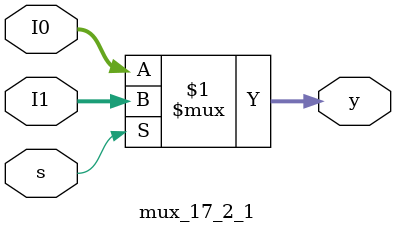
<source format=v>
module mux_17_2_1(input s,
					input [16:0] I0,
					input [16:0] I1,
					output [16:0] y
					); 

assign y = (s) ? I1 : I0;

endmodule 
</source>
